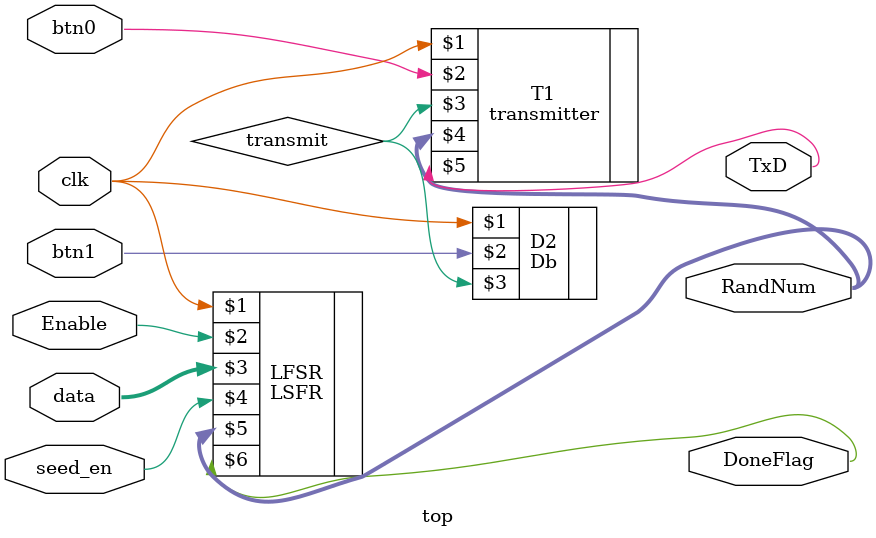
<source format=v>
module top(
input clk, //clock signal
input Enable,
input btn1, //input buttons for transmit and reset
input btn0, //input buttons for transmit and reset
input [7:0] data, // data transmitted
input seed_en,
output TxD,
//output  transmit,//transmit signal
output DoneFlag,
output [7:0]RandNum
    );
    wire transmit;
    Db D2(clk,btn1,transmit);
    transmitter T1 (clk,btn0,transmit,RandNum,TxD);
    LSFR LFSR(clk,Enable,data,seed_en,RandNum,DoneFlag);
endmodule    
    

</source>
